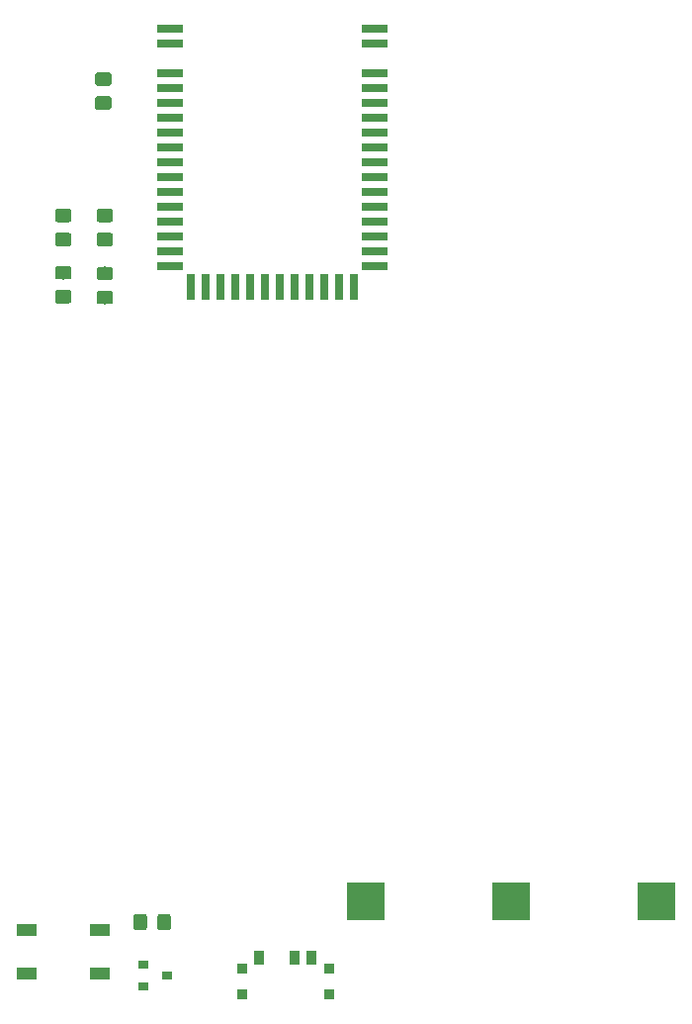
<source format=gbr>
G04 #@! TF.GenerationSoftware,KiCad,Pcbnew,(5.0.0)*
G04 #@! TF.CreationDate,2018-10-27T22:57:51-06:00*
G04 #@! TF.ProjectId,5x5_backpack,3578355F6261636B7061636B2E6B6963,rev?*
G04 #@! TF.SameCoordinates,Original*
G04 #@! TF.FileFunction,Paste,Top*
G04 #@! TF.FilePolarity,Positive*
%FSLAX46Y46*%
G04 Gerber Fmt 4.6, Leading zero omitted, Abs format (unit mm)*
G04 Created by KiCad (PCBNEW (5.0.0)) date 10/27/18 22:57:51*
%MOMM*%
%LPD*%
G01*
G04 APERTURE LIST*
%ADD10R,0.720000X2.200000*%
%ADD11R,2.200000X0.720000*%
%ADD12C,0.100000*%
%ADD13C,1.150000*%
%ADD14R,0.900000X0.800000*%
%ADD15R,3.250000X3.250000*%
%ADD16R,0.900000X1.250000*%
%ADD17R,0.900000X0.900000*%
%ADD18R,1.800000X1.100000*%
G04 APERTURE END LIST*
D10*
G04 #@! TO.C,U1*
X117602000Y-87884000D03*
X116332000Y-87884000D03*
X115062000Y-87884000D03*
X113792000Y-87884000D03*
X112522000Y-87884000D03*
X111252000Y-87884000D03*
X109982000Y-87884000D03*
X108712000Y-87884000D03*
X107442000Y-87884000D03*
X106172000Y-87884000D03*
X104902000Y-87884000D03*
X103632000Y-87884000D03*
D11*
X119380000Y-86106000D03*
X119380000Y-84836000D03*
X119380000Y-83566000D03*
X119380000Y-82296000D03*
X119380000Y-81026000D03*
X119380000Y-79756000D03*
X119380000Y-78486000D03*
X119380000Y-77216000D03*
X119380000Y-75946000D03*
X119380000Y-74676000D03*
X119380000Y-73406000D03*
X119380000Y-72136000D03*
X119380000Y-70866000D03*
X119380000Y-69596000D03*
X119380000Y-67056000D03*
X119380000Y-65786000D03*
X101854000Y-65786000D03*
X101854000Y-67056000D03*
X101854000Y-69596000D03*
X101854000Y-70866000D03*
X101854000Y-72136000D03*
X101854000Y-73406000D03*
X101854000Y-74676000D03*
X101854000Y-75946000D03*
X101854000Y-77216000D03*
X101854000Y-78486000D03*
X101854000Y-79756000D03*
X101854000Y-81026000D03*
X101854000Y-82296000D03*
X101854000Y-83566000D03*
X101854000Y-84836000D03*
X101854000Y-86106000D03*
G04 #@! TD*
D12*
G04 #@! TO.C,C1*
G36*
X93184505Y-83246204D02*
X93208773Y-83249804D01*
X93232572Y-83255765D01*
X93255671Y-83264030D01*
X93277850Y-83274520D01*
X93298893Y-83287132D01*
X93318599Y-83301747D01*
X93336777Y-83318223D01*
X93353253Y-83336401D01*
X93367868Y-83356107D01*
X93380480Y-83377150D01*
X93390970Y-83399329D01*
X93399235Y-83422428D01*
X93405196Y-83446227D01*
X93408796Y-83470495D01*
X93410000Y-83494999D01*
X93410000Y-84145001D01*
X93408796Y-84169505D01*
X93405196Y-84193773D01*
X93399235Y-84217572D01*
X93390970Y-84240671D01*
X93380480Y-84262850D01*
X93367868Y-84283893D01*
X93353253Y-84303599D01*
X93336777Y-84321777D01*
X93318599Y-84338253D01*
X93298893Y-84352868D01*
X93277850Y-84365480D01*
X93255671Y-84375970D01*
X93232572Y-84384235D01*
X93208773Y-84390196D01*
X93184505Y-84393796D01*
X93160001Y-84395000D01*
X92259999Y-84395000D01*
X92235495Y-84393796D01*
X92211227Y-84390196D01*
X92187428Y-84384235D01*
X92164329Y-84375970D01*
X92142150Y-84365480D01*
X92121107Y-84352868D01*
X92101401Y-84338253D01*
X92083223Y-84321777D01*
X92066747Y-84303599D01*
X92052132Y-84283893D01*
X92039520Y-84262850D01*
X92029030Y-84240671D01*
X92020765Y-84217572D01*
X92014804Y-84193773D01*
X92011204Y-84169505D01*
X92010000Y-84145001D01*
X92010000Y-83494999D01*
X92011204Y-83470495D01*
X92014804Y-83446227D01*
X92020765Y-83422428D01*
X92029030Y-83399329D01*
X92039520Y-83377150D01*
X92052132Y-83356107D01*
X92066747Y-83336401D01*
X92083223Y-83318223D01*
X92101401Y-83301747D01*
X92121107Y-83287132D01*
X92142150Y-83274520D01*
X92164329Y-83264030D01*
X92187428Y-83255765D01*
X92211227Y-83249804D01*
X92235495Y-83246204D01*
X92259999Y-83245000D01*
X93160001Y-83245000D01*
X93184505Y-83246204D01*
X93184505Y-83246204D01*
G37*
D13*
X92710000Y-83820000D03*
D12*
G36*
X93184505Y-81196204D02*
X93208773Y-81199804D01*
X93232572Y-81205765D01*
X93255671Y-81214030D01*
X93277850Y-81224520D01*
X93298893Y-81237132D01*
X93318599Y-81251747D01*
X93336777Y-81268223D01*
X93353253Y-81286401D01*
X93367868Y-81306107D01*
X93380480Y-81327150D01*
X93390970Y-81349329D01*
X93399235Y-81372428D01*
X93405196Y-81396227D01*
X93408796Y-81420495D01*
X93410000Y-81444999D01*
X93410000Y-82095001D01*
X93408796Y-82119505D01*
X93405196Y-82143773D01*
X93399235Y-82167572D01*
X93390970Y-82190671D01*
X93380480Y-82212850D01*
X93367868Y-82233893D01*
X93353253Y-82253599D01*
X93336777Y-82271777D01*
X93318599Y-82288253D01*
X93298893Y-82302868D01*
X93277850Y-82315480D01*
X93255671Y-82325970D01*
X93232572Y-82334235D01*
X93208773Y-82340196D01*
X93184505Y-82343796D01*
X93160001Y-82345000D01*
X92259999Y-82345000D01*
X92235495Y-82343796D01*
X92211227Y-82340196D01*
X92187428Y-82334235D01*
X92164329Y-82325970D01*
X92142150Y-82315480D01*
X92121107Y-82302868D01*
X92101401Y-82288253D01*
X92083223Y-82271777D01*
X92066747Y-82253599D01*
X92052132Y-82233893D01*
X92039520Y-82212850D01*
X92029030Y-82190671D01*
X92020765Y-82167572D01*
X92014804Y-82143773D01*
X92011204Y-82119505D01*
X92010000Y-82095001D01*
X92010000Y-81444999D01*
X92011204Y-81420495D01*
X92014804Y-81396227D01*
X92020765Y-81372428D01*
X92029030Y-81349329D01*
X92039520Y-81327150D01*
X92052132Y-81306107D01*
X92066747Y-81286401D01*
X92083223Y-81268223D01*
X92101401Y-81251747D01*
X92121107Y-81237132D01*
X92142150Y-81224520D01*
X92164329Y-81214030D01*
X92187428Y-81205765D01*
X92211227Y-81199804D01*
X92235495Y-81196204D01*
X92259999Y-81195000D01*
X93160001Y-81195000D01*
X93184505Y-81196204D01*
X93184505Y-81196204D01*
G37*
D13*
X92710000Y-81770000D03*
G04 #@! TD*
D12*
G04 #@! TO.C,C2*
G36*
X93184505Y-86094704D02*
X93208773Y-86098304D01*
X93232572Y-86104265D01*
X93255671Y-86112530D01*
X93277850Y-86123020D01*
X93298893Y-86135632D01*
X93318599Y-86150247D01*
X93336777Y-86166723D01*
X93353253Y-86184901D01*
X93367868Y-86204607D01*
X93380480Y-86225650D01*
X93390970Y-86247829D01*
X93399235Y-86270928D01*
X93405196Y-86294727D01*
X93408796Y-86318995D01*
X93410000Y-86343499D01*
X93410000Y-86993501D01*
X93408796Y-87018005D01*
X93405196Y-87042273D01*
X93399235Y-87066072D01*
X93390970Y-87089171D01*
X93380480Y-87111350D01*
X93367868Y-87132393D01*
X93353253Y-87152099D01*
X93336777Y-87170277D01*
X93318599Y-87186753D01*
X93298893Y-87201368D01*
X93277850Y-87213980D01*
X93255671Y-87224470D01*
X93232572Y-87232735D01*
X93208773Y-87238696D01*
X93184505Y-87242296D01*
X93160001Y-87243500D01*
X92259999Y-87243500D01*
X92235495Y-87242296D01*
X92211227Y-87238696D01*
X92187428Y-87232735D01*
X92164329Y-87224470D01*
X92142150Y-87213980D01*
X92121107Y-87201368D01*
X92101401Y-87186753D01*
X92083223Y-87170277D01*
X92066747Y-87152099D01*
X92052132Y-87132393D01*
X92039520Y-87111350D01*
X92029030Y-87089171D01*
X92020765Y-87066072D01*
X92014804Y-87042273D01*
X92011204Y-87018005D01*
X92010000Y-86993501D01*
X92010000Y-86343499D01*
X92011204Y-86318995D01*
X92014804Y-86294727D01*
X92020765Y-86270928D01*
X92029030Y-86247829D01*
X92039520Y-86225650D01*
X92052132Y-86204607D01*
X92066747Y-86184901D01*
X92083223Y-86166723D01*
X92101401Y-86150247D01*
X92121107Y-86135632D01*
X92142150Y-86123020D01*
X92164329Y-86112530D01*
X92187428Y-86104265D01*
X92211227Y-86098304D01*
X92235495Y-86094704D01*
X92259999Y-86093500D01*
X93160001Y-86093500D01*
X93184505Y-86094704D01*
X93184505Y-86094704D01*
G37*
D13*
X92710000Y-86668500D03*
D12*
G36*
X93184505Y-88144704D02*
X93208773Y-88148304D01*
X93232572Y-88154265D01*
X93255671Y-88162530D01*
X93277850Y-88173020D01*
X93298893Y-88185632D01*
X93318599Y-88200247D01*
X93336777Y-88216723D01*
X93353253Y-88234901D01*
X93367868Y-88254607D01*
X93380480Y-88275650D01*
X93390970Y-88297829D01*
X93399235Y-88320928D01*
X93405196Y-88344727D01*
X93408796Y-88368995D01*
X93410000Y-88393499D01*
X93410000Y-89043501D01*
X93408796Y-89068005D01*
X93405196Y-89092273D01*
X93399235Y-89116072D01*
X93390970Y-89139171D01*
X93380480Y-89161350D01*
X93367868Y-89182393D01*
X93353253Y-89202099D01*
X93336777Y-89220277D01*
X93318599Y-89236753D01*
X93298893Y-89251368D01*
X93277850Y-89263980D01*
X93255671Y-89274470D01*
X93232572Y-89282735D01*
X93208773Y-89288696D01*
X93184505Y-89292296D01*
X93160001Y-89293500D01*
X92259999Y-89293500D01*
X92235495Y-89292296D01*
X92211227Y-89288696D01*
X92187428Y-89282735D01*
X92164329Y-89274470D01*
X92142150Y-89263980D01*
X92121107Y-89251368D01*
X92101401Y-89236753D01*
X92083223Y-89220277D01*
X92066747Y-89202099D01*
X92052132Y-89182393D01*
X92039520Y-89161350D01*
X92029030Y-89139171D01*
X92020765Y-89116072D01*
X92014804Y-89092273D01*
X92011204Y-89068005D01*
X92010000Y-89043501D01*
X92010000Y-88393499D01*
X92011204Y-88368995D01*
X92014804Y-88344727D01*
X92020765Y-88320928D01*
X92029030Y-88297829D01*
X92039520Y-88275650D01*
X92052132Y-88254607D01*
X92066747Y-88234901D01*
X92083223Y-88216723D01*
X92101401Y-88200247D01*
X92121107Y-88185632D01*
X92142150Y-88173020D01*
X92164329Y-88162530D01*
X92187428Y-88154265D01*
X92211227Y-88148304D01*
X92235495Y-88144704D01*
X92259999Y-88143500D01*
X93160001Y-88143500D01*
X93184505Y-88144704D01*
X93184505Y-88144704D01*
G37*
D13*
X92710000Y-88718500D03*
G04 #@! TD*
D12*
G04 #@! TO.C,C3*
G36*
X96740505Y-88208204D02*
X96764773Y-88211804D01*
X96788572Y-88217765D01*
X96811671Y-88226030D01*
X96833850Y-88236520D01*
X96854893Y-88249132D01*
X96874599Y-88263747D01*
X96892777Y-88280223D01*
X96909253Y-88298401D01*
X96923868Y-88318107D01*
X96936480Y-88339150D01*
X96946970Y-88361329D01*
X96955235Y-88384428D01*
X96961196Y-88408227D01*
X96964796Y-88432495D01*
X96966000Y-88456999D01*
X96966000Y-89107001D01*
X96964796Y-89131505D01*
X96961196Y-89155773D01*
X96955235Y-89179572D01*
X96946970Y-89202671D01*
X96936480Y-89224850D01*
X96923868Y-89245893D01*
X96909253Y-89265599D01*
X96892777Y-89283777D01*
X96874599Y-89300253D01*
X96854893Y-89314868D01*
X96833850Y-89327480D01*
X96811671Y-89337970D01*
X96788572Y-89346235D01*
X96764773Y-89352196D01*
X96740505Y-89355796D01*
X96716001Y-89357000D01*
X95815999Y-89357000D01*
X95791495Y-89355796D01*
X95767227Y-89352196D01*
X95743428Y-89346235D01*
X95720329Y-89337970D01*
X95698150Y-89327480D01*
X95677107Y-89314868D01*
X95657401Y-89300253D01*
X95639223Y-89283777D01*
X95622747Y-89265599D01*
X95608132Y-89245893D01*
X95595520Y-89224850D01*
X95585030Y-89202671D01*
X95576765Y-89179572D01*
X95570804Y-89155773D01*
X95567204Y-89131505D01*
X95566000Y-89107001D01*
X95566000Y-88456999D01*
X95567204Y-88432495D01*
X95570804Y-88408227D01*
X95576765Y-88384428D01*
X95585030Y-88361329D01*
X95595520Y-88339150D01*
X95608132Y-88318107D01*
X95622747Y-88298401D01*
X95639223Y-88280223D01*
X95657401Y-88263747D01*
X95677107Y-88249132D01*
X95698150Y-88236520D01*
X95720329Y-88226030D01*
X95743428Y-88217765D01*
X95767227Y-88211804D01*
X95791495Y-88208204D01*
X95815999Y-88207000D01*
X96716001Y-88207000D01*
X96740505Y-88208204D01*
X96740505Y-88208204D01*
G37*
D13*
X96266000Y-88782000D03*
D12*
G36*
X96740505Y-86158204D02*
X96764773Y-86161804D01*
X96788572Y-86167765D01*
X96811671Y-86176030D01*
X96833850Y-86186520D01*
X96854893Y-86199132D01*
X96874599Y-86213747D01*
X96892777Y-86230223D01*
X96909253Y-86248401D01*
X96923868Y-86268107D01*
X96936480Y-86289150D01*
X96946970Y-86311329D01*
X96955235Y-86334428D01*
X96961196Y-86358227D01*
X96964796Y-86382495D01*
X96966000Y-86406999D01*
X96966000Y-87057001D01*
X96964796Y-87081505D01*
X96961196Y-87105773D01*
X96955235Y-87129572D01*
X96946970Y-87152671D01*
X96936480Y-87174850D01*
X96923868Y-87195893D01*
X96909253Y-87215599D01*
X96892777Y-87233777D01*
X96874599Y-87250253D01*
X96854893Y-87264868D01*
X96833850Y-87277480D01*
X96811671Y-87287970D01*
X96788572Y-87296235D01*
X96764773Y-87302196D01*
X96740505Y-87305796D01*
X96716001Y-87307000D01*
X95815999Y-87307000D01*
X95791495Y-87305796D01*
X95767227Y-87302196D01*
X95743428Y-87296235D01*
X95720329Y-87287970D01*
X95698150Y-87277480D01*
X95677107Y-87264868D01*
X95657401Y-87250253D01*
X95639223Y-87233777D01*
X95622747Y-87215599D01*
X95608132Y-87195893D01*
X95595520Y-87174850D01*
X95585030Y-87152671D01*
X95576765Y-87129572D01*
X95570804Y-87105773D01*
X95567204Y-87081505D01*
X95566000Y-87057001D01*
X95566000Y-86406999D01*
X95567204Y-86382495D01*
X95570804Y-86358227D01*
X95576765Y-86334428D01*
X95585030Y-86311329D01*
X95595520Y-86289150D01*
X95608132Y-86268107D01*
X95622747Y-86248401D01*
X95639223Y-86230223D01*
X95657401Y-86213747D01*
X95677107Y-86199132D01*
X95698150Y-86186520D01*
X95720329Y-86176030D01*
X95743428Y-86167765D01*
X95767227Y-86161804D01*
X95791495Y-86158204D01*
X95815999Y-86157000D01*
X96716001Y-86157000D01*
X96740505Y-86158204D01*
X96740505Y-86158204D01*
G37*
D13*
X96266000Y-86732000D03*
G04 #@! TD*
D12*
G04 #@! TO.C,C4*
G36*
X96613505Y-69521204D02*
X96637773Y-69524804D01*
X96661572Y-69530765D01*
X96684671Y-69539030D01*
X96706850Y-69549520D01*
X96727893Y-69562132D01*
X96747599Y-69576747D01*
X96765777Y-69593223D01*
X96782253Y-69611401D01*
X96796868Y-69631107D01*
X96809480Y-69652150D01*
X96819970Y-69674329D01*
X96828235Y-69697428D01*
X96834196Y-69721227D01*
X96837796Y-69745495D01*
X96839000Y-69769999D01*
X96839000Y-70420001D01*
X96837796Y-70444505D01*
X96834196Y-70468773D01*
X96828235Y-70492572D01*
X96819970Y-70515671D01*
X96809480Y-70537850D01*
X96796868Y-70558893D01*
X96782253Y-70578599D01*
X96765777Y-70596777D01*
X96747599Y-70613253D01*
X96727893Y-70627868D01*
X96706850Y-70640480D01*
X96684671Y-70650970D01*
X96661572Y-70659235D01*
X96637773Y-70665196D01*
X96613505Y-70668796D01*
X96589001Y-70670000D01*
X95688999Y-70670000D01*
X95664495Y-70668796D01*
X95640227Y-70665196D01*
X95616428Y-70659235D01*
X95593329Y-70650970D01*
X95571150Y-70640480D01*
X95550107Y-70627868D01*
X95530401Y-70613253D01*
X95512223Y-70596777D01*
X95495747Y-70578599D01*
X95481132Y-70558893D01*
X95468520Y-70537850D01*
X95458030Y-70515671D01*
X95449765Y-70492572D01*
X95443804Y-70468773D01*
X95440204Y-70444505D01*
X95439000Y-70420001D01*
X95439000Y-69769999D01*
X95440204Y-69745495D01*
X95443804Y-69721227D01*
X95449765Y-69697428D01*
X95458030Y-69674329D01*
X95468520Y-69652150D01*
X95481132Y-69631107D01*
X95495747Y-69611401D01*
X95512223Y-69593223D01*
X95530401Y-69576747D01*
X95550107Y-69562132D01*
X95571150Y-69549520D01*
X95593329Y-69539030D01*
X95616428Y-69530765D01*
X95640227Y-69524804D01*
X95664495Y-69521204D01*
X95688999Y-69520000D01*
X96589001Y-69520000D01*
X96613505Y-69521204D01*
X96613505Y-69521204D01*
G37*
D13*
X96139000Y-70095000D03*
D12*
G36*
X96613505Y-71571204D02*
X96637773Y-71574804D01*
X96661572Y-71580765D01*
X96684671Y-71589030D01*
X96706850Y-71599520D01*
X96727893Y-71612132D01*
X96747599Y-71626747D01*
X96765777Y-71643223D01*
X96782253Y-71661401D01*
X96796868Y-71681107D01*
X96809480Y-71702150D01*
X96819970Y-71724329D01*
X96828235Y-71747428D01*
X96834196Y-71771227D01*
X96837796Y-71795495D01*
X96839000Y-71819999D01*
X96839000Y-72470001D01*
X96837796Y-72494505D01*
X96834196Y-72518773D01*
X96828235Y-72542572D01*
X96819970Y-72565671D01*
X96809480Y-72587850D01*
X96796868Y-72608893D01*
X96782253Y-72628599D01*
X96765777Y-72646777D01*
X96747599Y-72663253D01*
X96727893Y-72677868D01*
X96706850Y-72690480D01*
X96684671Y-72700970D01*
X96661572Y-72709235D01*
X96637773Y-72715196D01*
X96613505Y-72718796D01*
X96589001Y-72720000D01*
X95688999Y-72720000D01*
X95664495Y-72718796D01*
X95640227Y-72715196D01*
X95616428Y-72709235D01*
X95593329Y-72700970D01*
X95571150Y-72690480D01*
X95550107Y-72677868D01*
X95530401Y-72663253D01*
X95512223Y-72646777D01*
X95495747Y-72628599D01*
X95481132Y-72608893D01*
X95468520Y-72587850D01*
X95458030Y-72565671D01*
X95449765Y-72542572D01*
X95443804Y-72518773D01*
X95440204Y-72494505D01*
X95439000Y-72470001D01*
X95439000Y-71819999D01*
X95440204Y-71795495D01*
X95443804Y-71771227D01*
X95449765Y-71747428D01*
X95458030Y-71724329D01*
X95468520Y-71702150D01*
X95481132Y-71681107D01*
X95495747Y-71661401D01*
X95512223Y-71643223D01*
X95530401Y-71626747D01*
X95550107Y-71612132D01*
X95571150Y-71599520D01*
X95593329Y-71589030D01*
X95616428Y-71580765D01*
X95640227Y-71574804D01*
X95664495Y-71571204D01*
X95688999Y-71570000D01*
X96589001Y-71570000D01*
X96613505Y-71571204D01*
X96613505Y-71571204D01*
G37*
D13*
X96139000Y-72145000D03*
G04 #@! TD*
D12*
G04 #@! TO.C,L1*
G36*
X96740505Y-81196204D02*
X96764773Y-81199804D01*
X96788572Y-81205765D01*
X96811671Y-81214030D01*
X96833850Y-81224520D01*
X96854893Y-81237132D01*
X96874599Y-81251747D01*
X96892777Y-81268223D01*
X96909253Y-81286401D01*
X96923868Y-81306107D01*
X96936480Y-81327150D01*
X96946970Y-81349329D01*
X96955235Y-81372428D01*
X96961196Y-81396227D01*
X96964796Y-81420495D01*
X96966000Y-81444999D01*
X96966000Y-82095001D01*
X96964796Y-82119505D01*
X96961196Y-82143773D01*
X96955235Y-82167572D01*
X96946970Y-82190671D01*
X96936480Y-82212850D01*
X96923868Y-82233893D01*
X96909253Y-82253599D01*
X96892777Y-82271777D01*
X96874599Y-82288253D01*
X96854893Y-82302868D01*
X96833850Y-82315480D01*
X96811671Y-82325970D01*
X96788572Y-82334235D01*
X96764773Y-82340196D01*
X96740505Y-82343796D01*
X96716001Y-82345000D01*
X95815999Y-82345000D01*
X95791495Y-82343796D01*
X95767227Y-82340196D01*
X95743428Y-82334235D01*
X95720329Y-82325970D01*
X95698150Y-82315480D01*
X95677107Y-82302868D01*
X95657401Y-82288253D01*
X95639223Y-82271777D01*
X95622747Y-82253599D01*
X95608132Y-82233893D01*
X95595520Y-82212850D01*
X95585030Y-82190671D01*
X95576765Y-82167572D01*
X95570804Y-82143773D01*
X95567204Y-82119505D01*
X95566000Y-82095001D01*
X95566000Y-81444999D01*
X95567204Y-81420495D01*
X95570804Y-81396227D01*
X95576765Y-81372428D01*
X95585030Y-81349329D01*
X95595520Y-81327150D01*
X95608132Y-81306107D01*
X95622747Y-81286401D01*
X95639223Y-81268223D01*
X95657401Y-81251747D01*
X95677107Y-81237132D01*
X95698150Y-81224520D01*
X95720329Y-81214030D01*
X95743428Y-81205765D01*
X95767227Y-81199804D01*
X95791495Y-81196204D01*
X95815999Y-81195000D01*
X96716001Y-81195000D01*
X96740505Y-81196204D01*
X96740505Y-81196204D01*
G37*
D13*
X96266000Y-81770000D03*
D12*
G36*
X96740505Y-83246204D02*
X96764773Y-83249804D01*
X96788572Y-83255765D01*
X96811671Y-83264030D01*
X96833850Y-83274520D01*
X96854893Y-83287132D01*
X96874599Y-83301747D01*
X96892777Y-83318223D01*
X96909253Y-83336401D01*
X96923868Y-83356107D01*
X96936480Y-83377150D01*
X96946970Y-83399329D01*
X96955235Y-83422428D01*
X96961196Y-83446227D01*
X96964796Y-83470495D01*
X96966000Y-83494999D01*
X96966000Y-84145001D01*
X96964796Y-84169505D01*
X96961196Y-84193773D01*
X96955235Y-84217572D01*
X96946970Y-84240671D01*
X96936480Y-84262850D01*
X96923868Y-84283893D01*
X96909253Y-84303599D01*
X96892777Y-84321777D01*
X96874599Y-84338253D01*
X96854893Y-84352868D01*
X96833850Y-84365480D01*
X96811671Y-84375970D01*
X96788572Y-84384235D01*
X96764773Y-84390196D01*
X96740505Y-84393796D01*
X96716001Y-84395000D01*
X95815999Y-84395000D01*
X95791495Y-84393796D01*
X95767227Y-84390196D01*
X95743428Y-84384235D01*
X95720329Y-84375970D01*
X95698150Y-84365480D01*
X95677107Y-84352868D01*
X95657401Y-84338253D01*
X95639223Y-84321777D01*
X95622747Y-84303599D01*
X95608132Y-84283893D01*
X95595520Y-84262850D01*
X95585030Y-84240671D01*
X95576765Y-84217572D01*
X95570804Y-84193773D01*
X95567204Y-84169505D01*
X95566000Y-84145001D01*
X95566000Y-83494999D01*
X95567204Y-83470495D01*
X95570804Y-83446227D01*
X95576765Y-83422428D01*
X95585030Y-83399329D01*
X95595520Y-83377150D01*
X95608132Y-83356107D01*
X95622747Y-83336401D01*
X95639223Y-83318223D01*
X95657401Y-83301747D01*
X95677107Y-83287132D01*
X95698150Y-83274520D01*
X95720329Y-83264030D01*
X95743428Y-83255765D01*
X95767227Y-83249804D01*
X95791495Y-83246204D01*
X95815999Y-83245000D01*
X96716001Y-83245000D01*
X96740505Y-83246204D01*
X96740505Y-83246204D01*
G37*
D13*
X96266000Y-83820000D03*
G04 #@! TD*
D14*
G04 #@! TO.C,Q1*
X99584000Y-145862000D03*
X99584000Y-147762000D03*
X101584000Y-146812000D03*
G04 #@! TD*
D12*
G04 #@! TO.C,R1*
G36*
X99654505Y-141541204D02*
X99678773Y-141544804D01*
X99702572Y-141550765D01*
X99725671Y-141559030D01*
X99747850Y-141569520D01*
X99768893Y-141582132D01*
X99788599Y-141596747D01*
X99806777Y-141613223D01*
X99823253Y-141631401D01*
X99837868Y-141651107D01*
X99850480Y-141672150D01*
X99860970Y-141694329D01*
X99869235Y-141717428D01*
X99875196Y-141741227D01*
X99878796Y-141765495D01*
X99880000Y-141789999D01*
X99880000Y-142690001D01*
X99878796Y-142714505D01*
X99875196Y-142738773D01*
X99869235Y-142762572D01*
X99860970Y-142785671D01*
X99850480Y-142807850D01*
X99837868Y-142828893D01*
X99823253Y-142848599D01*
X99806777Y-142866777D01*
X99788599Y-142883253D01*
X99768893Y-142897868D01*
X99747850Y-142910480D01*
X99725671Y-142920970D01*
X99702572Y-142929235D01*
X99678773Y-142935196D01*
X99654505Y-142938796D01*
X99630001Y-142940000D01*
X98979999Y-142940000D01*
X98955495Y-142938796D01*
X98931227Y-142935196D01*
X98907428Y-142929235D01*
X98884329Y-142920970D01*
X98862150Y-142910480D01*
X98841107Y-142897868D01*
X98821401Y-142883253D01*
X98803223Y-142866777D01*
X98786747Y-142848599D01*
X98772132Y-142828893D01*
X98759520Y-142807850D01*
X98749030Y-142785671D01*
X98740765Y-142762572D01*
X98734804Y-142738773D01*
X98731204Y-142714505D01*
X98730000Y-142690001D01*
X98730000Y-141789999D01*
X98731204Y-141765495D01*
X98734804Y-141741227D01*
X98740765Y-141717428D01*
X98749030Y-141694329D01*
X98759520Y-141672150D01*
X98772132Y-141651107D01*
X98786747Y-141631401D01*
X98803223Y-141613223D01*
X98821401Y-141596747D01*
X98841107Y-141582132D01*
X98862150Y-141569520D01*
X98884329Y-141559030D01*
X98907428Y-141550765D01*
X98931227Y-141544804D01*
X98955495Y-141541204D01*
X98979999Y-141540000D01*
X99630001Y-141540000D01*
X99654505Y-141541204D01*
X99654505Y-141541204D01*
G37*
D13*
X99305000Y-142240000D03*
D12*
G36*
X101704505Y-141541204D02*
X101728773Y-141544804D01*
X101752572Y-141550765D01*
X101775671Y-141559030D01*
X101797850Y-141569520D01*
X101818893Y-141582132D01*
X101838599Y-141596747D01*
X101856777Y-141613223D01*
X101873253Y-141631401D01*
X101887868Y-141651107D01*
X101900480Y-141672150D01*
X101910970Y-141694329D01*
X101919235Y-141717428D01*
X101925196Y-141741227D01*
X101928796Y-141765495D01*
X101930000Y-141789999D01*
X101930000Y-142690001D01*
X101928796Y-142714505D01*
X101925196Y-142738773D01*
X101919235Y-142762572D01*
X101910970Y-142785671D01*
X101900480Y-142807850D01*
X101887868Y-142828893D01*
X101873253Y-142848599D01*
X101856777Y-142866777D01*
X101838599Y-142883253D01*
X101818893Y-142897868D01*
X101797850Y-142910480D01*
X101775671Y-142920970D01*
X101752572Y-142929235D01*
X101728773Y-142935196D01*
X101704505Y-142938796D01*
X101680001Y-142940000D01*
X101029999Y-142940000D01*
X101005495Y-142938796D01*
X100981227Y-142935196D01*
X100957428Y-142929235D01*
X100934329Y-142920970D01*
X100912150Y-142910480D01*
X100891107Y-142897868D01*
X100871401Y-142883253D01*
X100853223Y-142866777D01*
X100836747Y-142848599D01*
X100822132Y-142828893D01*
X100809520Y-142807850D01*
X100799030Y-142785671D01*
X100790765Y-142762572D01*
X100784804Y-142738773D01*
X100781204Y-142714505D01*
X100780000Y-142690001D01*
X100780000Y-141789999D01*
X100781204Y-141765495D01*
X100784804Y-141741227D01*
X100790765Y-141717428D01*
X100799030Y-141694329D01*
X100809520Y-141672150D01*
X100822132Y-141651107D01*
X100836747Y-141631401D01*
X100853223Y-141613223D01*
X100871401Y-141596747D01*
X100891107Y-141582132D01*
X100912150Y-141569520D01*
X100934329Y-141559030D01*
X100957428Y-141550765D01*
X100981227Y-141544804D01*
X101005495Y-141541204D01*
X101029999Y-141540000D01*
X101680001Y-141540000D01*
X101704505Y-141541204D01*
X101704505Y-141541204D01*
G37*
D13*
X101355000Y-142240000D03*
G04 #@! TD*
D15*
G04 #@! TO.C,E1*
X143510000Y-140462000D03*
X118618000Y-140462000D03*
X131064000Y-140462000D03*
G04 #@! TD*
D16*
G04 #@! TO.C,SW1*
X112510000Y-145245000D03*
X114010000Y-145245000D03*
X109510000Y-145245000D03*
D17*
X108060000Y-148420000D03*
X108060000Y-146220000D03*
X115460000Y-146220000D03*
X115460000Y-148420000D03*
G04 #@! TD*
D18*
G04 #@! TO.C,SW2*
X95810000Y-146630000D03*
X89610000Y-146630000D03*
X95810000Y-142930000D03*
X89610000Y-142930000D03*
G04 #@! TD*
M02*

</source>
